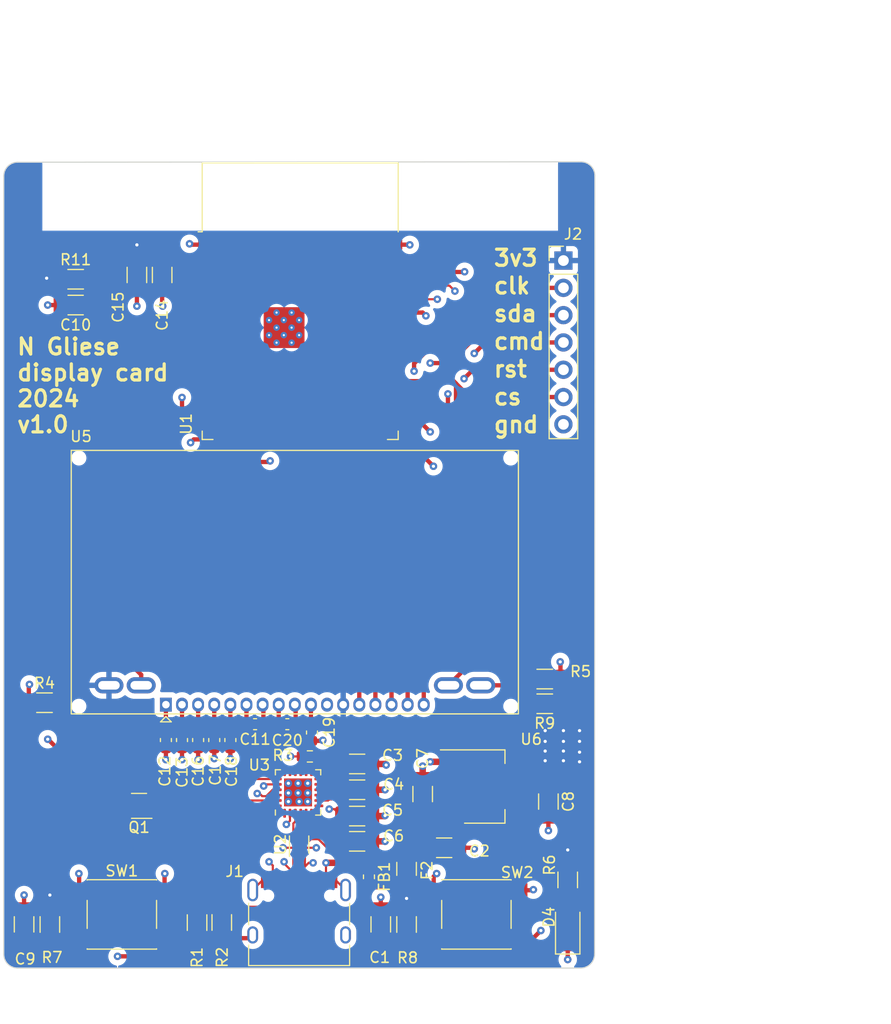
<source format=kicad_pcb>
(kicad_pcb (version 20221018) (generator pcbnew)
  (layers (0 "F.Cu" signal) (1 "In1.Cu" signal) (2 "In2.Cu" signal) (31 "B.Cu" signal) (34 "B.Paste" user) (35 "F.Paste" user) (36 "B.SilkS" user "B.Silkscreen") (37 "F.SilkS" user "F.Silkscreen") (38 "B.Mask" user) (39 "F.Mask" user) (44 "Edge.Cuts" user))
  (net 0 "")
  (net 1 "/SW2")
  (net 2 "GND")
  (net 3 "+5V")
  (net 4 "+3.3VA")
  (net 5 "+3V3")
  (net 6 "/SW1")
  (net 7 "/EN")
  (net 8 "Net-(D4-A)")
  (net 9 "Net-(F2-Pad1)")
  (net 10 "+5VP")
  (net 11 "Net-(J1-CC1)")
  (net 12 "Net-(J1-D+-PadA6)")
  (net 13 "Net-(J1-D--PadA7)")
  (net 15 "Net-(J1-CC2)")
  (net 17 "/DTR")
  (net 18 "/RTS")
  (net 19 "/IO0")
  (net 20 "Net-(U3-~{RST})")
  (net 21 "/RX")
  (net 22 "/TX")
  (net 32 "Net-(U5-V0)")
  (net 34 "Net-(U5-V1)")
  (net 41 "Net-(U5-V2)")
  (net 44 "Net-(U5-V3)")
  (net 45 "Net-(U5-V4)")
  (net 51 "Net-(U3-D-)")
  (net 52 "Net-(U3-D+)")
  (net 65 "Net-(U5-V_{out})")
  (net 66 "Net-(U5-C2+)")
  (net 67 "Net-(U5-C2-)")
  (net 68 "Net-(U5-C1-)")
  (net 69 "Net-(U5-C1+)")
  (net 70 "Net-(U5-(R)LED-)")
  (net 71 "Net-(U5-(G)LED-)")
  (net 72 "Net-(U5-(B)LED-)")
  (net 73 "/clk")
  (net 74 "/sda")
  (net 75 "/rst")
  (net 76 "/cmd")
  (net 77 "/cs")
  (footprint "Capacitor_SMD:C_1206_3216Metric" (layer "F.Cu") (at 114.75 45.5 -90)
    (fp_text reference "C14")
    (fp_text value "100nf")
  )
  (footprint "Resistor_SMD:R_1206_3216Metric" (layer "F.Cu") (at 137.5 105.9375 -90)
    (fp_text reference "R8")
    (fp_text value "10k" hide)
  )
  (footprint "Resistor_SMD:R_1206_3216Metric" (layer "F.Cu") (at 152.5 101.7875 -90)
    (fp_text reference "R6")
    (fp_text value "1k")
  )
  (footprint "Display:NHD-C12832A1Z-FSRGB" (layer "F.Cu") (at 115.1 85.4825)
    (fp_text reference "U5")
    (fp_text value "NHD-C12832A1Z-FSRGB")
  )
  (footprint "Capacitor_SMD:C_1206_3216Metric" (layer "F.Cu") (at 132.9 98.2)
    (fp_text reference "C6")
    (fp_text value "100nf")
  )
  (footprint "Resistor_SMD:R_1206_3216Metric" (layer "F.Cu") (at 150.3625 83.1 180)
    (fp_text reference "R5")
    (fp_text value "1k")
  )
  (footprint "RF_Module:ESP32-WROOM-32D" (layer "F.Cu") (at 127.6 50.93)
    (fp_text reference "U1")
    (fp_text value "ESP32-WROOM-32D")
  )
  (footprint "Resistor_SMD:R_1206_3216Metric" (layer "F.Cu") (at 118 105.7625 -90)
    (fp_text reference "R1")
    (fp_text value "5k1")
  )
  (footprint "Capacitor_SMD:C_0603_1608Metric" (layer "F.Cu") (at 118.1 88.775 -90)
    (fp_text reference "C16")
    (fp_text value "1u")
  )
  (footprint "Capacitor_SMD:C_1206_3216Metric" (layer "F.Cu") (at 139 93.8 90)
    (fp_text reference "C7")
    (fp_text value "22u")
  )
  (footprint "Capacitor_SMD:C_1206_3216Metric" (layer "F.Cu") (at 101.9 105.925 90)
    (fp_text reference "C9")
    (fp_text value "100nf")
  )
  (footprint "Resistor_SMD:R_1206_3216Metric" (layer "F.Cu") (at 120.3 105.75 -90)
    (fp_text reference "R2")
    (fp_text value "5k1")
  )
  (footprint "Capacitor_SMD:C_1206_3216Metric" (layer "F.Cu") (at 132.9 93.4)
    (fp_text reference "C4")
    (fp_text value "22u")
  )
  (footprint "Capacitor_SMD:C_0603_1608Metric" (layer "F.Cu") (at 121.1 88.775 -90)
    (fp_text reference "C18")
    (fp_text value "1u")
  )
  (footprint "Capacitor_SMD:C_0603_1608Metric" (layer "F.Cu") (at 116.6 88.775 -90)
    (fp_text reference "C13")
    (fp_text value "1u")
  )
  (footprint "Button_Switch_SMD:SW_Push_1P1T_NO_6x6mm_H9.5mm" (layer "F.Cu") (at 144 105)
    (fp_text reference "SW2")
    (fp_text value "SW_SPST")
  )
  (footprint "Resistor_SMD:R_1206_3216Metric" (layer "F.Cu") (at 150.3625 85.4 180)
    (fp_text reference "R9")
    (fp_text value "1k")
  )
  (footprint "Capacitor_SMD:C_0603_1608Metric" (layer "F.Cu") (at 128.7 88.075 -90)
    (fp_text reference "C19")
    (fp_text value "1u")
  )
  (footprint "Capacitor_SMD:C_1206_3216Metric" (layer "F.Cu") (at 150.7 94.5 -90)
    (fp_text reference "C8")
    (fp_text value "22u")
  )
  (footprint "Capacitor_SMD:C_1206_3216Metric" (layer "F.Cu") (at 112.4 45.5 -90)
    (fp_text reference "C15")
    (fp_text value "22uf")
  )
  (footprint "Connector_USB:USB_C_Receptacle_HRO_TYPE-C-31-M-12" (layer "F.Cu") (at 127.5 105.86)
    (fp_text reference "J1")
    (fp_text value "USB_C_Receptacle_USB2.0" hide)
  )
  (footprint "LED_SMD:LED_1206_3216Metric" (layer "F.Cu") (at 152.5 106.4 90)
    (fp_text reference "D4")
    (fp_text value "LED")
  )
  (footprint "Resistor_SMD:R_0603_1608Metric" (layer "F.Cu") (at 128.5 90.3)
    (fp_text reference "R3")
    (fp_text value "10k" hide)
  )
  (footprint "Capacitor_SMD:C_1206_3216Metric" (layer "F.Cu") (at 132.9 91)
    (fp_text reference "C3")
    (fp_text value "4u7")
  )
  (footprint "Capacitor_SMD:C_1206_3216Metric" (layer "F.Cu") (at 106.7 48.3 180)
    (fp_text reference "C10")
    (fp_text value "100nf")
  )
  (footprint "Capacitor_SMD:C_0603_1608Metric" (layer "F.Cu") (at 119.6 88.775 -90)
    (fp_text reference "C17")
    (fp_text value "1u")
  )
  (footprint "Package_TO_SOT_SMD:SOT-223-3_TabPin2" (layer "F.Cu") (at 144.75 93.1)
    (fp_text reference "U6")
    (fp_text value "TLV1117LV-3.3")
  )
  (footprint "Resistor_SMD:R_1206_3216Metric" (layer "F.Cu") (at 104.3 105.9375 -90)
    (fp_text reference "R7")
    (fp_text value "10k")
  )
  (footprint "Capacitor_SMD:C_1206_3216Metric" (layer "F.Cu") (at 141 98.8)
    (fp_text reference "C2")
    (fp_text value "100nf")
  )
  (footprint "Capacitor_SMD:C_0603_1608Metric" (layer "F.Cu") (at 123.4 87.3)
    (fp_text reference "C11")
    (fp_text value "1u")
  )
  (footprint "Package_TO_SOT_SMD:SOT-666" (layer "F.Cu") (at 127.5 98.5 90)
    (fp_text reference "U2")
    (fp_text value "USBLC6-2P6" hide)
  )
  (footprint "Capacitor_SMD:C_1206_3216Metric" (layer "F.Cu") (at 132.9 95.85)
    (fp_text reference "C5")
    (fp_text value "22u")
  )
  (footprint "Package_DFN_QFN:QFN-24-1EP_4x4mm_P0.5mm_EP2.6x2.6mm" (layer "F.Cu") (at 127.4 93.65 90)
    (fp_text reference "U3")
    (fp_text value "CP2104")
  )
  (footprint "Capacitor_SMD:C_0603_1608Metric" (layer "F.Cu") (at 115.1 88.775 -90)
    (fp_text reference "C12")
    (fp_text value "1u")
  )
  (footprint "Resistor_SMD:R_1206_3216Metric" (layer "F.Cu") (at 106.7 45.9)
    (fp_text reference "R11")
    (fp_text value "10k")
  )
  (footprint "Button_Switch_SMD:SW_Push_1P1T_NO_6x6mm_H9.5mm" (layer "F.Cu") (at 111 105)
    (fp_text reference "SW1")
    (fp_text value "SW_SPST")
  )
  (footprint "Resistor_SMD:R_1206_3216Metric" (layer "F.Cu") (at 103.8 85.3)
    (fp_text reference "R4")
    (fp_text value "1k")
  )
  (footprint "Fuse:Fuse_1206_3216Metric_Pad1.42x1.75mm_HandSolder" (layer "F.Cu") (at 137.5 100.7625 90)
    (fp_text reference "F2")
    (fp_text value "Polyfuse 1A" hide)
  )
  (footprint "Capacitor_SMD:C_0603_1608Metric" (layer "F.Cu") (at 126.4 87.3 180)
    (fp_text reference "C20")
    (fp_text value "1u")
  )
  (footprint "Package_TO_SOT_SMD:SOT-363_SC-70-6" (layer "F.Cu") (at 112.6 94.9 180)
    (fp_text reference "Q1")
    (fp_text value "UMH3N")
  )
  (footprint "Connector_PinHeader_2.54mm:PinHeader_1x07_P2.54mm_Vertical" (layer "F.Cu") (at 152.1 44.16)
    (fp_text reference "J2")
    (fp_text value "Conn_01x07" hide)
  )
  (footprint "Capacitor_SMD:C_1206_3216Metric" (layer "F.Cu") (at 135.1 105.925 90)
    (fp_text reference "C1")
    (fp_text value "100nf" hide)
  )
  (footprint "Inductor_SMD:L_0603_1608Metric_Pad1.05x0.95mm_HandSolder" (layer "F.Cu") (at 134 101.5 -90)
    (fp_text reference "FB1")
    (fp_text value "BLM21PG221" hide)
  )
  (gr_arc (start 155 108.7) (mid 154.621357 109.614124) (end 153.707233 109.992767) (stroke (width 0.1)) (layer "Edge.Cuts"))
  (gr_line (start 101.299999 109.992768) (end 153.707233 109.992767) (stroke (width 0.1)) (layer "Edge.Cuts"))
  (gr_arc (start 100.007233 36.3) (mid 100.385876 35.385876) (end 101.3 35.007233) (stroke (width 0.1)) (layer "Edge.Cuts"))
  (gr_line (start 100.007233 36.3) (end 100.007232 108.700001) (stroke (width 0.1)) (layer "Edge.Cuts"))
  (gr_line (start 155 108.7) (end 155.028643 36.264124) (stroke (width 0.1)) (layer "Edge.Cuts"))
  (gr_line (start 153.735876 34.971357) (end 101.3 35.007233) (stroke (width 0.1)) (layer "Edge.Cuts"))
  (gr_arc (start 101.299999 109.992768) (mid 100.385875 109.614125) (end 100.007232 108.700001) (stroke (width 0.1)) (layer "Edge.Cuts"))
  (gr_arc (start 153.735876 34.971357) (mid 154.65 35.35) (end 155.028643 36.264124) (stroke (width 0.1)) (layer "Edge.Cuts"))
  (gr_text "3v3" (at 145.464285 44.8) (layer "F.SilkS") (effects (font (size 1.5 1.5) (thickness 0.3) bold) (justify left bottom)))
  (gr_text "N Gliese\ndisplay card\n2024\nv1.0" (at 101.1 60.3) (layer "F.SilkS") (effects (font (size 1.5 1.5) (thickness 0.3) bold) (justify left bottom)))
  (gr_text "cmd" (at 145.464285 52.549999) (layer "F.SilkS") (effects (font (size 1.5 1.5) (thickness 0.3) bold) (justify left bottom)))
  (gr_text "cs" (at 145.464285 57.716665) (layer "F.SilkS") (effects (font (size 1.5 1.5) (thickness 0.3) bold) (justify left bottom)))
  (gr_text "rst" (at 145.464285 55.133332) (layer "F.SilkS") (effects (font (size 1.5 1.5) (thickness 0.3) bold) (justify left bottom)))
  (gr_text "sda" (at 145.464285 49.966666) (layer "F.SilkS") (effects (font (size 1.5 1.5) (thickness 0.3) bold) (justify left bottom)))
  (gr_text "gnd" (at 145.464285 60.299998) (layer "F.SilkS") (effects (font (size 1.5 1.5) (thickness 0.3) bold) (justify left bottom)))
  (gr_text "clk" (at 145.464285 47.383333) (layer "F.SilkS") (effects (font (size 1.5 1.5) (thickness 0.3) bold) (justify left bottom)))
  (segment (start 142.88 45.22) (end 142.9 45.2) (width 0.4) (layer "F.Cu") (net 1))
  (segment (start 136.35 45.22) (end 142.88 45.22) (width 0.4) (layer "F.Cu") (net 1))
  (segment (start 135.1 107.4) (end 137.5 107.4) (width 0.4) (layer "F.Cu") (net 1))
  (segment (start 137.5 107.4) (end 139.875 107.4) (width 0.4) (layer "F.Cu") (net 1))
  (segment (start 140.025 107.25) (end 147.975 107.25) (width 0.4) (layer "F.Cu") (net 1))
  (segment (start 139.875 107.4) (end 140.025 107.25) (width 0.4) (layer "F.Cu") (net 1))
  (segment (start 149.25 107.25) (end 147.975 107.25) (width 0.4) (layer "F.Cu") (net 1))
  (segment (start 150 106.5) (end 149.25 107.25) (width 0.4) (layer "F.Cu") (net 1))
  (via (at 142.9 45.2) (size 0.7) (drill 0.3) (layers "F.Cu" "B.Cu") (net 1))
  (via (at 150 106.5) (size 0.7) (drill 0.3) (layers "F.Cu" "B.Cu") (net 1))
  (segment (start 127.5 99.425) (end 127.5 98.85) (width 0.2) (layer "F.Cu") (net 2))
  (segment (start 147.975 102.75) (end 149.25 102.75) (width 0.4) (layer "F.Cu") (net 2))
  (segment (start 124.25 101.815) (end 124.095 101.815) (width 0.2) (layer "F.Cu") (net 2))
  (segment (start 128.7 88.85) (end 129.65 88.85) (width 0.4) (layer "F.Cu") (net 2))
  (segment (start 114.75 48.35) (end 114.8 48.4) (width 0.4) (layer "F.Cu") (net 2))
  (segment (start 126.65 95.5875) (end 126.65 96.287047) (width 0.2) (layer "F.Cu") (net 2))
  (segment (start 127.5 98.85) (end 127.55 98.8) (width 0.2) (layer "F.Cu") (net 2))
  (segment (start 105.225 48.3) (end 104.1 48.3) (width 0.4) (layer "F.Cu") (net 2))
  (segment (start 102.3375 85.3) (end 102.3375 83.6625) (width 0.4) (layer "F.Cu") (net 2))
  (segment (start 121.89 60.44) (end 121.53 60.8) (width 0.4) (layer "F.Cu") (net 2))
  (segment (start 140.025 102.75) (end 140.025 101.475) (width 0.4) (layer "F.Cu") (net 2))
  (segment (start 118.1 89.55) (end 118.1 90.6) (width 0.4) (layer "F.Cu") (net 2))
  (segment (start 127.55 98.8) (end 129.1 98.8) (width 0.2) (layer "F.Cu") (net 2))
  (segment (start 124.095 101.815) (end 123.18 102.73) (width 0.2) (layer "F.Cu") (net 2))
  (segment (start 134.375 95.85) (end 135.45 95.85) (width 0.6) (layer "F.Cu") (net 2))
  (segment (start 101.9 104.45) (end 101.9 103.2) (width 0.4) (layer "F.Cu") (net 2))
  (segment (start 134.375 98.2) (end 135.5 98.2) (width 0.6) (layer "F.Cu") (net 2))
  (segment (start 151.825 81.525) (end 151.8 81.5) (width 0.4) (layer "F.Cu") (net 2))
  (segment (start 121.1 89.55) (end 121.1 90.5) (width 0.4) (layer "F.Cu") (net 2))
  (segment (start 114.975 101.225) (end 115 101.2) (width 0.4) (layer "F.Cu") (net 2))
  (segment (start 114.975 102.75) (end 114.975 101.225) (width 0.4) (layer "F.Cu") (net 2))
  (segment (start 126.65 96.287047) (end 126.3125 96.624547) (width 0.2) (layer "F.Cu") (net 2))
  (segment (start 107.025 101.225) (end 107 101.2) (width 0.4) (layer "F.Cu") (net 2))
  (segment (start 139 92.325) (end 139 91.2) (width 0.6) (layer "F.Cu") (net 2))
  (segment (start 149.25 102.75) (end 149.3 102.7) (width 0.4) (layer "F.Cu") (net 2))
  (segment (start 135.45 95.85) (end 135.5 95.8) (width 0.6) (layer "F.Cu") (net 2))
  (segment (start 151.825 83.1) (end 151.825 81.525) (width 0.4) (layer "F.Cu") (net 2))
  (segment (start 129.65 88.85) (end 129.7 88.8) (width 0.4) (layer "F.Cu") (net 2))
  (segment (start 120.3 107.2125) (end 122.8775 107.2125) (width 0.4) (layer "F.Cu") (net 2))
  (segment (start 115.1 89.55) (end 115.1 90.6) (width 0.4) (layer "F.Cu") (net 2))
  (segment (start 102.3375 83.6625) (end 102.4 83.6) (width 0.4) (layer "F.Cu") (net 2))
  (segment (start 120.2875 107.225) (end 120.3 107.2125) (width 0.4) (layer "F.Cu") (net 2))
  (segment (start 118.85 42.68) (end 117.38 42.68) (width 0.4) (layer "F.Cu") (net 2))
  (segment (start 134.375 91) (end 135.5 91) (width 0.6) (layer "F.Cu") (net 2))
  (segment (start 118 107.225) (end 120.2875 107.225) (width 0.4) (layer "F.Cu") (net 2))
  (segment (start 107.025 102.75) (end 107.025 101.225) (width 0.4) (layer "F.Cu") (net 2))
  (segment (start 112.4 46.975) (end 112.4 48.4) (width 0.4) (layer "F.Cu") (net 2))
  (segment (start 140.025 101.475) (end 140.3 101.2) (width 0.4) (layer "F.Cu") (net 2))
  (segment (start 134.375 93.4) (end 135.5 93.4) (width 0.6) (layer "F.Cu") (net 2))
  (segment (start 135.1 104.45) (end 135.1 103.4) (width 0.4) (layer "F.Cu") (net 2))
  (segment (start 122.8775 107.2125) (end 123.18 106.91) (width 0.4) (layer "F.Cu") (net 2))
  (segment (start 137.78 42.68) (end 137.8 42.7) (width 0.4) (layer "F.Cu") (net 2))
  (segment (start 117.7 60.8) (end 117.4 61.1) (width 0.4) (layer "F.Cu") (net 2))
  (segment (start 136.35 42.68) (end 137.78 42.68) (width 0.4) (layer "F.Cu") (net 2))
  (segment (start 130.905 101.815) (end 131.82 102.73) (width 0.2) (layer "F.Cu") (net 2))
  (segment (start 121.53 60.8) (end 117.7 60.8) (width 0.4) (layer "F.Cu") (net 2))
  (segment (start 117.38 42.68) (end 117.3 42.6) (width 0.4) (layer "F.Cu") (net 2))
  (segment (start 130.75 101.815) (end 130.905 101.815) (width 0.2) (layer "F.Cu") (net 2))
  (segment (start 143.7 98.8) (end 143.8 98.9) (width 0.4) (layer "F.Cu") (net 2))
  (segment (start 152.5 107.8) (end 152.5 109.2) (width 0.4) (layer "F.Cu") (net 2))
  (segment (start 141.6 90.8) (end 139.7 90.8) (width 0.6) (layer "F.Cu") (net 2))
  (segment (start 150.7 95.975) (end 150.7 97.2) (width 0.4) (layer "F.Cu") (net 2))
  (segment (start 142.475 98.8) (end 143.7 98.8) (width 0.4) (layer "F.Cu") (net 2))
  (segment (start 151.825 83.1) (end 151.825 85.4) (width 0.4) (layer "F.Cu") (net 2))
  (segment (start 119.6 89.55) (end 119.6 90.5) (width 0.4) (layer "F.Cu") (net 2))
  (segment (start 127.55 98.8) (end 126 98.8) (width 0.2) (layer "F.Cu") (net 2))
  (segment (start 116.6 89.55) (end 116.6 90.6) (width 0.4) (layer "F.Cu") (net 2))
  (segment (start 135.5 91) (end 135.6 91.1) (width 0.6) (layer "F.Cu") (net 2))
  (segment (start 114.75 46.975) (end 114.75 48.35) (width 0.4) (layer "F.Cu") (net 2))
  (via (at 102.4 83.6) (size 0.7) (drill 0.3) (layers "F.Cu" "B.Cu") (net 2))
  (via (at 135.5 95.8) (size 0.7) (drill 0.3) (layers "F.Cu" "B.Cu") (net 2))
  (via (at 127.4 92.8) (size 0.7) (drill 0.3) (layers "F.Cu" "B.Cu") (net 2))
  (via (at 139.7 90.8) (size 0.7) (drill 0.3) (layers "F.Cu" "B.Cu") (net 2))
  (via (at 119.6 90.5) (size 0.7) (drill 0.3) (layers "F.Cu" "B.Cu") (net 2))
  (via (at 126.3125 96.624547) (size 0.7) (drill 0.3) (layers "F.Cu" "B.Cu") (net 2))
  (via (at 151.8 81.5) (size 0.7) (drill 0.3) (layers "F.Cu" "B.Cu") (net 2))
  (via (at 118.1 90.6) (size 0.7) (drill 0.3) (layers "F.Cu" "B.Cu") (net 2))
  (via (at 126.5 94.5) (size 0.7) (drill 0.3) (layers "F.Cu" "B.Cu") (net 2))
  (via (at 115 101.2) (size 0.7) (drill 0.3) (layers "F.Cu" "B.Cu") (net 2))
  (via (at 129.7 88.8) (size 0.7) (drill 0.3) (layers "F.Cu" "B.Cu") (net 2))
  (via (at 135.5 98.2) (size 0.7) (drill 0.3) (layers "F.Cu" "B.Cu") (net 2))
  (via (at 126.5 93.7) (size 0.7) (drill 0.3) (layers "F.Cu" "B.Cu") (net 2))
  (via (at 126.5 92.8) (size 0.7) (drill 0.3) (layers "F.Cu" "B.Cu") (net 2))
  (via (at 107 101.2) (size 0.7) (drill 0.3) (layers "F.Cu" "B.Cu") (net 2))
  (via (at 128.3 94.5) (size 0.7) (drill 0.3) (layers "F.Cu" "B.Cu") (net 2))
  (via (at 137.8 42.7) (size 0.7) (drill 0.3) (layers "F.Cu" "B.Cu") (net 2))
  (via (at 114.8 48.4) (size 0.7) (drill 0.3) (layers "F.Cu" "B.Cu") (net 2))
  (via (at 112.4 48.4) (size 0.7) (drill 0.3) (layers "F.Cu" "B.Cu") (net 2))
  (via (at 104.1 48.3) (size 0.7) (drill 0.3) (layers "F.Cu" "B.Cu") (net 2))
  (via (at 135.1 103.4) (size 0.7) (drill 0.3) (layers "F.Cu" "B.Cu") (net 2))
  (via (at 129.1 98.8) (size 0.7) (drill 0.3) (layers "F.Cu" "B.Cu") (net 2))
  (via (at 139 91.2) (size 0.7) (drill 0.3) (layers "F.Cu" "B.Cu") (net 2))
  (via (at 126 98.8) (size 0.7) (drill 0.3) (layers "F.Cu" "B.Cu") (net 2))
  (via (at 117.4 61.1) (size 0.7) (drill 0.3) (layers "F.Cu" "B.Cu") (net 2))
  (via (at 128.3 92.8) (size 0.7) (drill 0.3) (layers "F.Cu" "B.Cu") (net 2))
  (via (at 127.5 94.5) (size 0.7) (drill 0.3) (layers "F.Cu" "B.Cu") (net 2))
  (via (at 117.3 42.6) (size 0.7) (drill 0.3) (layers "F.Cu" "B.Cu") (net 2))
  (via (at 115.1 90.6) (size 0.7) (drill 0.3) (layers "F.Cu" "B.Cu") (net 2))
  (via (at 150.7 97.2) (size 0.7) (drill 0.3) (layers "F.Cu" "B.Cu") (net 2))
  (via (at 140.3 101.2) (size 0.7) (drill 0.3) (layers "F.Cu" "B.Cu") (net 2))
  (via (at 127.4 93.7) (size 0.7) (drill 0.3) (layers "F.Cu" "B.Cu") (net 2))
  (via (at 128.3 93.7) (size 0.7) (drill 0.3) (layers "F.Cu" "B.Cu") (net 2))
  (via (at 121.1 90.5) (size 0.7) (drill 0.3) (layers "F.Cu" "B.Cu") (net 2))
  (via (at 135.5 93.4) (size 0.7) (drill 0.3) (layers "F.Cu" "B.Cu") (net 2))
  (via (at 152.5 109.2) (size 0.7) (drill 0.3) (layers "F.Cu" "B.Cu") (net 2))
  (via (at 135.6 91.1) (size 0.7) (drill 0.3) (layers "F.Cu" "B.Cu") (net 2))
  (via (at 116.6 90.6) (size 0.7) (drill 0.3) (layers "F.Cu" "B.Cu") (net 2))
  (via (at 143.8 98.9) (size 0.7) (drill 0.3) (layers "F.Cu" "B.Cu") (net 2))
  (via (at 101.9 103.2) (size 0.7) (drill 0.3) (layers "F.Cu" "B.Cu") (net 2))
  (via (at 149.3 102.7) (size 0.7) (drill 0.3) (layers "F.Cu" "B.Cu") (net 2))
  (segment (start 137.975 98.8) (end 139.525 98.8) (width 0.6) (layer "F.Cu") (net 3))
  (segment (start 131.425 89.575) (end 131.425 91) (width 0.6) (layer "F.Cu") (net 3))
  (segment (start 130.2 94.4) (end 130.3 94.3) (width 0.2) (layer "F.Cu") (net 3))
  (segment (start 139.525 96.625) (end 139.525 98.8) (width 0.6) (layer "F.Cu") (net 3))
  (segment (start 131.6 89.4) (end 131.425 89.575) (width 0.6) (layer "F.Cu") (net 3))
  (segment (start 128.6 98) (end 129.3 98) (width 0.2) (layer "F.Cu") (net 3))
  (segment (start 139 95.275) (end 137.1 93.375) (width 0.6) (layer "F.Cu") (net 3))
  (segment (start 137.5 99.275) (end 137.975 98.8) (width 0.6) (layer "F.Cu") (net 3))
  (segment (start 127.5 98.15) (end 127.55 98.2) (width 0.2) (layer "F.Cu") (net 3))
  (segment (start 135.9 89.4) (end 131.6 89.4) (width 0.6) (layer "F.Cu") (net 3))
  (segment (start 129.3 98) (end 130.7 99.4) (width 0.2) (layer "F.Cu") (net 3))
  (segment (start 129.3375 94.4) (end 130.2 94.4) (width 0.2) (layer "F.Cu") (net 3))
  (segment (start 129.3375 94.9) (end 129.3375 94.4) (width 0.2) (layer "F.Cu") (net 3))
  (segment (start 131.425 91) (end 131.425 93.4) (width 0.6) (layer "F.Cu") (net 3))
  (segment (start 137.1 90.6) (end 135.9 89.4) (width 0.6) (layer "F.Cu") (net 3))
  (segment (start 130.3 94.3) (end 130.525 94.3) (width 0.2) (layer "F.Cu") (net 3))
  (segment (start 139 95.275) (end 139 96.1) (width 0.6) (layer "F.Cu") (net 3))
  (segment (start 127.5 97.575) (end 127.5 98.15) (width 0.2) (layer "F.Cu") (net 3))
  (segment (start 139 96.1) (end 139.525 96.625) (width 0.6) (layer "F.Cu") (net 3))
  (segment (start 130.7 99.4) (end 137.375 99.4) (width 0.2) (layer "F.Cu") (net 3))
  (segment (start 141.475 95.275) (end 141.6 95.4) (width 0.6) (layer "F.Cu") (net 3))
  (segment (start 137.1 93.375) (end 137.1 90.6) (width 0.6) (layer "F.Cu") (net 3))
  (segment (start 137.375 99.4) (end 137.5 99.275) (width 0.2) (layer "F.Cu") (net 3))
  (segment (start 130.525 94.3) (end 131.425 93.4) (width 0.2) (layer "F.Cu") (net 3))
  (segment (start 128.4 98.2) (end 128.6 98) (width 0.2) (layer "F.Cu") (net 3))
  (segment (start 127.55 98.2) (end 128.4 98.2) (width 0.2) (layer "F.Cu") (net 3))
  (segment (start 139 95.275) (end 141.475 95.275) (width 0.6) (layer "F.Cu") (net 3))
  (segment (start 131.425 98.2) (end 131.1 98.2) (width 0.2) (layer "F.Cu") (net 4))
  (segment (start 127.675 90.3) (end 126.7 90.3) (width 0.2) (layer "F.Cu") (net 4))
  (segment (start 131.425 95.85) (end 130.85 96.425) (width 0.2) (layer "F.Cu") (net 4))
  (segment (start 130.85 96.425) (end 129.4875 96.425) (width 0.2) (layer "F.Cu") (net 4))
  (segment (start 131.425 95.85) (end 131.425 98.2) (width 0.2) (layer "F.Cu") (net 4))
  (segment (start 130.3 95.2) (end 130.775 95.2) (width 0.2) (layer "F.Cu") (net 4))
  (segment (start 130.775 95.2) (end 131.425 95.85) (width 0.2) (layer "F.Cu") (net 4))
  (segment (start 128.765686 96.8) (end 128.15 96.184314) (width 0.2) (layer "F.Cu") (net 4))
  (segment (start 128.15 96.184314) (end 128.15 95.5875) (width 0.2) (layer "F.Cu") (net 4))
  (segment (start 131.1 98.2) (end 129.7 96.8) (width 0.2) (layer "F.Cu") (net 4))
  (segment (start 129.7 96.8) (end 128.765686 96.8) (width 0.2) (layer "F.Cu") (net 4))
  (segment (start 129.4875 96.425) (end 128.65 95.5875) (width 0.2) (layer "F.Cu") (net 4))
  (via (at 126.7 90.3) (size 0.7) (drill 0.3) (layers "F.Cu" "B.Cu") (net 4))
  (via (at 130.3 95.2) (size 0.7) (drill 0.3) (layers "F.Cu" "B.Cu") (net 4))
  (segment (start 137.5 104.475) (end 137.5 103.512499) (width 0.4) (layer "F.Cu") (net 5))
  (segment (start 104.1 45.9) (end 104 45.8) (width 0.4) (layer "F.Cu") (net 5))
  (segment (start 152.5 100.325) (end 152.5 99) (width 0.4) (layer "F.Cu") (net 5))
  (segment (start 118.775 44.025) (end 118.85 43.95) (width 0.4) (layer "F.Cu") (net 5))
  (segment (start 141.6 93.1) (end 147.9 93.1) (width 1) (layer "F.Cu") (net 5))
  (segment (start 112.4 44.025) (end 112.4 42.7) (width 0.4) (layer "F.Cu") (net 5))
  (segment (start 114.75 44.025) (end 118.775 44.025) (width 0.4) (layer "F.Cu") (net 5))
  (segment (start 104.3 104.475) (end 104.3 103.2) (width 0.4) (layer "F.Cu") (net 5))
  (segment (start 147.975 93.025) (end 147.9 93.1) (width 1) (layer "F.Cu") (net 5))
  (segment (start 150.7 93.025) (end 147.975 93.025) (width 1) (layer "F.Cu") (net 5))
  (segment (start 112.4 44.025) (end 114.75 44.025) (width 0.4) (layer "F.Cu") (net 5))
  (segment (start 105.2375 45.9) (end 104.1 45.9) (width 0.4) (layer "F.Cu") (net 5))
  (via (at 112.4 42.7) (size 0.7) (drill 0.3) (layers "F.Cu" "B.Cu") (net 5))
  (via (at 150.4 90.7) (size 0.7) (drill 0.3) (layers "F.Cu" "B.Cu") (net 5))
  (via (at 150.4 87.9) (size 0.7) (drill 0.3) (layers "F.Cu" "B.Cu") (net 5))
  (via (at 152.1 89.8) (size 0.7) (drill 0.3) (layers "F.Cu" "B.Cu") (net 5))
  (via (at 152.5 99) (size 0.7) (drill 0.3) (layers "F.Cu" "B.Cu") (net 5))
  (via (at 152.1 88.9) (size 0.7) (drill 0.3) (layers "F.Cu" "B.Cu") (net 5))
  (via (at 104.3 103.2) (size 0.7) (drill 0.3) (layers "F.Cu" "B.Cu") (net 5))
  (via (at 153.6 88.9) (size 0.7) (drill 0.3) (layers "F.Cu" "B.Cu") (net 5))
  (via (at 104 45.8) (size 0.7) (drill 0.3) (layers "F.Cu" "B.Cu") (net 5))
  (via (at 153.6 87.9) (size 0.7) (drill 0.3) (layers "F.Cu" "B.Cu") (net 5))
  (via (at 150.4 88.9) (size 0.7) (drill 0.3) (layers "F.Cu" "B.Cu") (net 5))
  (via (at 153.6 89.9) (size 0.7) (drill 0.3) (layers "F.Cu" "B.Cu") (net 5))
  (via (at 152.1 90.7) (size 0.7) (drill 0.3) (layers "F.Cu" "B.Cu") (net 5))
  (via (at 137.5 103.512499) (size 0.7) (drill 0.3) (layers "F.Cu" "B.Cu") (net 5))
  (via (at 152.1 87.9) (size 0.7) (drill 0.3) (layers "F.Cu" "B.Cu") (net 5))
  (via (at 153.6 90.8) (size 0.7) (drill 0.3) (layers "F.Cu" "B.Cu") (net 5))
  (via (at 150.4 89.8) (size 0.7) (drill 0.3) (layers "F.Cu" "B.Cu") (net 5))
  (segment (start 101.9 107.4) (end 104.3 107.4) (width 0.4) (layer "F.Cu") (net 6))
  (segment (start 139 49) (end 136.38 49) (width 0.4) (layer "F.Cu") (net 6))
  (segment (start 110.6 108.9) (end 113.325 108.9) (width 0.4) (layer "F.Cu") (net 6))
  (segment (start 139.3 49.3) (end 139 49) (width 0.4) (layer "F.Cu") (net 6))
  (segment (start 107.025 107.25) (end 114.975 107.25) (width 0.4) (layer "F.Cu") (net 6))
  (segment (start 104.3 107.4) (end 106.875 107.4) (width 0.4) (layer "F.Cu") (net 6))
  (segment (start 106.875 107.4) (end 107.025 107.25) (width 0.4) (layer "F.Cu") (net 6))
  (segment (start 113.325 108.9) (end 114.975 107.25) (width 0.4) (layer "F.Cu") (net 6))
  (segment (start 136.38 49) (end 136.35 49.03) (width 0.4) (layer "F.Cu") (net 6))
  (via (at 110.6 108.9) (size 0.7) (drill 0.3) (layers "F.Cu" "B.Cu") (net 6))
  (via (at 139.3 49.3) (size 0.7) (drill 0.3) (layers "F.Cu" "B.Cu") (net 6))
  (segment (start 108.175 48.3) (end 108.175 45.9125) (width 0.4) (layer "F.Cu") (net 7))
  (segment (start 108.1625 45.9) (end 108.8425 45.22) (width 0.4) (layer "F.Cu") (net 7))
  (segment (start 108.175 54.225) (end 108.175 48.3) (width 0.4) (layer "F.Cu") (net 7))
  (segment (start 108.8425 45.22) (end 118.85 45.22) (width 0.4) (layer "F.Cu") (net 7))
  (segment (start 104.2 86.8) (end 104.2 58.2) (width 0.4) (layer "F.Cu") (net 7))
  (segment (start 108.175 45.9125) (end 108.1625 45.9) (width 0.4) (layer "F.Cu") (net 7))
  (segment (start 111.65 94.25) (end 104.2 86.8) (width 0.4) (layer "F.Cu") (net 7))
  (segment (start 104.2 58.2) (end 108.175 54.225) (width 0.4) (layer "F.Cu") (net 7))
  (segment (start 152.5 103.25) (end 152.5 105) (width 0.4) (layer "F.Cu") (net 8))
  (segment (start 134 102.375) (end 137.375 102.375) (width 0.6) (layer "F.Cu") (net 9))
  (segment (start 137.375 102.375) (end 137.5 102.25) (width 0.6) (layer "F.Cu") (net 9))
  (segment (start 125.05 101.815) (end 125.05 100.45) (width 0.2) (layer "F.Cu") (net 10))
  (segment (start 134 100.625) (end 133.575 100.2) (width 0.6) (layer "F.Cu") (net 10))
  (segment (start 130 101.765) (end 129.95 101.815) (width 0.2) (layer "F.Cu") (net 10))
  (segment (start 130 100.2) (end 130 101.765) (width 0.2) (layer "F.Cu") (net 10))
  (segment (start 133.575 100.2) (end 130 100.2) (width 0.6) (layer "F.Cu") (net 10))
  (segment (start 125.05 100.45) (end 124.7 100.1) (width 0.2) (layer "F.Cu") (net 10))
  (via (at 124.7 100.1) (size 0.7) (drill 0.3) (layers "F.Cu" "B.Cu") (net 10))
  (via (at 130 100.2) (size 0.7) (drill 0.3) (layers "F.Cu" "B.Cu") (net 10))
  (segment (start 124.64 104.4) (end 123.7 104.4) (width 0.2) (layer "F.Cu") (net 11))
  (segment (start 123.7 104.4) (end 123.5875 104.2875) (width 0.2) (layer "F.Cu") (net 11))
  (segment (start 126.25 101.815) (end 126.25 102.79) (width 0.2) (layer "F.Cu") (net 11))
  (segment (start 123.5875 104.2875) (end 120.3 104.2875) (width 0.2) (layer "F.Cu") (net 11))
  (segment (start 126.25 102.79) (end 124.64 104.4) (width 0.2) (layer "F.Cu") (net 11))
  (segment (start 128.25 102.95) (end 128.1 103.1) (width 0.2) (layer "F.Cu") (net 12))
  (segment (start 127.4 103.1) (end 127.25 102.95) (width 0.2) (layer "F.Cu") (net 12))
  (segment (start 128.25 101.815) (end 128.25 102.95) (width 0.2) (layer "F.Cu") (net 12))
  (segment (start 128.1 103.1) (end 127.4 103.1) (width 0.2) (layer "F.Cu") (net 12))
  (segment (start 127.25 102.95) (end 127.25 101.815) (width 0.2) (layer "F.Cu") (net 12))
  (segment (start 126.9625 99.35) (end 126.9625 100.5525) (width 0.2) (layer "F.Cu") (net 12))
  (segment (start 127.25 100.84) (end 127.25 101.815) (width 0.2) (layer "F.Cu") (net 12))
  (segment (start 126.9625 100.5525) (end 127.25 100.84) (width 0.2) (layer "F.Cu") (net 12))
  (segment (start 128.0375 99.35) (end 128.0375 100.5525) (width 0.2) (layer "F.Cu") (net 13))
  (segment (start 126.75 100.905686) (end 126.75 101.815) (width 0.2) (layer "F.Cu") (net 13))
  (segment (start 128.8 100.2) (end 128.39 100.2) (width 0.2) (layer "F.Cu") (net 13))
  (segment (start 128.39 100.2) (end 127.75 100.84) (width 0.2) (layer "F.Cu") (net 13))
  (segment (start 126.1 100.255686) (end 126.75 100.905686) (width 0.2) (layer "F.Cu") (net 13))
  (segment (start 127.75 100.84) (end 127.75 101.815) (width 0.2) (layer "F.Cu") (net 13))
  (segment (start 126.1 100.1) (end 126.1 100.255686) (width 0.2) (layer "F.Cu") (net 13))
  (segment (start 128.0375 100.5525) (end 127.75 100.84) (width 0.2) (layer "F.Cu") (net 13))
  (via (at 128.8 100.2) (size 0.7) (drill 0.3) (layers "F.Cu" "B.Cu") (net 13))
  (via (at 126.1 100.1) (size 0.7) (drill 0.3) (layers "F.Cu" "B.Cu") (net 13))
  (segment (start 126.2 100.2) (end 126.1 100.1) (width 0.2) (layer "B.Cu") (net 13))
  (segment (start 118.9 105.2) (end 118 104.3) (width 0.2) (layer "F.Cu") (net 15))
  (segment (start 126.84 105.2) (end 118.9 105.2) (width 0.2) (layer "F.Cu") (net 15))
  (segment (start 129.25 102.79) (end 126.84 105.2) (width 0.2) (layer "F.Cu") (net 15))
  (segment (start 129.25 101.815) (end 129.25 102.79) (width 0.2) (layer "F.Cu") (net 15))
  (segment (start 125.4625 94.4) (end 117.2 94.4) (width 0.2) (layer "F.Cu") (net 17))
  (segment (start 112.5 94.9) (end 111.65 94.9) (width 0.2) (layer "F.Cu") (net 17))
  (segment (start 116.05 95.55) (end 113.55 95.55) (width 0.2) (layer "F.Cu") (net 17))
  (segment (start 113.15 95.55) (end 112.5 94.9) (width 0.2) (layer "F.Cu") (net 17))
  (segment (start 117.2 94.4) (end 116.05 95.55) (width 0.2) (layer "F.Cu") (net 17))
  (segment (start 113.55 95.55) (end 113.15 95.55) (width 0.2) (layer "F.Cu") (net 17))
  (segment (start 116.45 94.25) (end 113.55 94.25) (width 0.2) (layer "F.Cu") (net 18))
  (segment (start 125.4625 92.4) (end 118.3 92.4) (width 0.2) (layer "F.Cu") (net 18))
  (segment (start 118.3 92.4) (end 116.45 94.25) (width 0.2) (layer "F.Cu") (net 18))
  (segment (start 113.55 94.9) (end 113.55 94.25) (width 0.2) (layer "F.Cu") (net 18))
  (segment (start 104.125 88.7) (end 104.1 88.7) (width 0.4) (layer "F.Cu") (net 19))
  (segment (start 139.7 60.1) (end 138.8 59.2) (width 0.4) (layer "F.Cu") (net 19))
  (segment (start 136.36 59.2) (end 136.35 59.19) (width 0.4) (layer "F.Cu") (net 19))
  (segment (start 138.8 59.2) (end 136.36 59.2) (width 0.4) (layer "F.Cu") (net 19))
  (segment (start 110.975 95.55) (end 104.125 88.7) (width 0.4) (layer "F.Cu") (net 19))
  (segment (start 111.65 95.55) (end 110.975 95.55) (width 0.4) (layer "F.Cu") (net 19))
  (via (at 139.7 60.1) (size 0.7) (drill 0.3) (layers "F.Cu" "B.Cu") (net 19))
  (via (at 104.1 88.7) (size 0.7) (drill 0.3) (layers "F.Cu" "B.Cu") (net 19))
  (segment (start 129.325 90.3) (end 129.325 90.325) (width 0.2) (layer "F.Cu") (net 20))
  (segment (start 130.3 91.3) (end 130.3 93.364386) (width 0.2) (layer "F.Cu") (net 20))
  (segment (start 129.764386 93.9) (end 129.3375 93.9) (width 0.2) (layer "F.Cu") (net 20))
  (segment (start 129.325 90.325) (end 130.3 91.3) (width 0.2) (layer "F.Cu") (net 20))
  (segment (start 130.3 93.364386) (end 129.764386 93.9) (width 0.2) (layer "F.Cu") (net 20))
  (segment (start 123.819239 93.75) (end 124.069239 94) (width 0.2) (layer "F.Cu") (net 21))
  (segment (start 125.035614 93.4) (end 125.4625 93.4) (width 0.2) (layer "F.Cu") (net 21))
  (segment (start 124.069239 94) (end 124.435614 94) (width 0.2) (layer "F.Cu") (net 21))
  (segment (start 124.435614 94) (end 125.035614 93.4) (width 0.2) (layer "F.Cu") (net 21))
  (segment (start 123.6 93.75) (end 123.819239 93.75) (width 0.2) (layer "F.Cu") (net 21))
  (segment (start 140.36 47.76) (end 136.35 47.76) (width 0.2) (layer "F.Cu") (net 21))
  (via (at 140.36 47.76) (size 0.7) (drill 0.3) (layers "F.Cu" "B.Cu") (net 21))
  (via (at 123.6 93.75) (size 0.7) (drill 0.3) (layers "F.Cu" "B.Cu") (net 21))
  (segment (start 141.49 46.49) (end 136.35 46.49) (width 0.2) (layer "F.Cu") (net 22))
  (segment (start 142 47) (end 141.49 46.49) (width 0.2) (layer "F.Cu") (net 22))
  (segment (start 124.35 92.9) (end 125.4625 92.9) (width 0.2) (layer "F.Cu") (net 22))
  (segment (start 124.2 93.05) (end 124.35 92.9) (width 0.2) (layer "F.Cu") (net 22))
  (via (at 124.2 93.05) (size 0.7) (drill 0.3) (layers "F.Cu" "B.Cu") (net 22))
  (via (at 142 47) (size 0.7) (drill 0.3) (layers "F.Cu" "B.Cu") (net 22))
  (segment (start 115.1 88) (end 115.1 85.4825) (width 0.4) (layer "F.Cu") (net 32))
  (segment (start 116.6 88) (end 116.6 85.4825) (width 0.4) (layer "F.Cu") (net 34))
  (segment (start 118.1 88) (end 118.1 85.4825) (width 0.4) (layer "F.Cu") (net 41))
  (segment (start 119.6 88) (end 119.6 85.4825) (width 0.4) (layer "F.Cu") (net 44))
  (segment (start 121.1 88) (end 121.1 85.4825) (width 0.4) (layer "F.Cu") (net 45))
  (segment (start 128.0375 96.6375) (end 128.0375 97.65) (width 0.2) (layer "F.Cu") (net 51))
  (segment (start 127.65 96.25) (end 128.0375 96.6375) (width 0.2) (layer "F.Cu") (net 51))
  (segment (start 127.65 95.5875) (end 127.65 96.25) (width 0.2) (layer "F.Cu") (net 51))
  (segment (start 127.15 96.35) (end 126.9625 96.5375) (width 0.2) (layer "F.Cu") (net 52))
  (segment (start 127.15 95.5875) (end 127.15 96.35) (width 0.2) (layer "F.Cu") (net 52))
  (segment (start 126.9625 96.5375) (end 126.9625 97.65) (width 0.2) (layer "F.Cu") (net 52))
  (segment (start 128.6 85.4825) (end 128.6 87.2) (width 0.4) (layer "F.Cu") (net 65))
  (segment (start 128.6 87.2) (end 128.7 87.3) (width 0.4) (layer "F.Cu") (net 65))
  (segment (start 124.175 87.3) (end 124.175 85.5575) (width 0.4) (layer "F.Cu") (net 66))
  (segment (start 124.175 85.5575) (end 124.1 85.4825) (width 0.4) (layer "F.Cu") (net 66))
  (segment (start 122.6 85.4825) (end 122.6 87.275) (width 0.4) (layer "F.Cu") (net 67))
  (segment (start 122.6 87.275) (end 122.625 87.3) (width 0.4) (layer "F.Cu") (net 67))
  (segment (start 127.175 85.5575) (end 127.1 85.4825) (width 0.4) (layer "F.Cu") (net 68))
  (segment (start 127.175 87.3) (end 127.175 85.5575) (width 0.4) (layer "F.Cu") (net 68))
  (segment (start 125.6 87.275) (end 125.625 87.3) (width 0.4) (layer "F.Cu") (net 69))
  (segment (start 125.6 85.4825) (end 125.6 87.275) (width 0.4) (layer "F.Cu") (net 69))
  (segment (start 105.2625 85.3) (end 105.2625 84.2375) (width 0.4) (layer "F.Cu") (net 70))
  (segment (start 112.1 82) (end 112.8 82.7) (width 0.4) (layer "F.Cu") (net 70))
  (segment (start 105.2625 84.2375) (end 107.5 82) (width 0.4) (layer "F.Cu") (net 70))
  (segment (start 112.8 82.7) (end 112.8 83.6825) (width 0.4) (layer "F.Cu") (net 70))
  (segment (start 107.5 82) (end 112.1 82) (width 0.4) (layer "F.Cu") (net 70))
  (segment (start 145.9 81.9) (end 143.2 81.9) (width 0.4) (layer "F.Cu") (net 71))
  (segment (start 142.7825 82.3) (end 141.4 83.6825) (width 0.4) (layer "F.Cu") (net 71))
  (segment (start 142.8 82.3) (end 142.7825 82.3) (width 0.4) (layer "F.Cu") (net 71))
  (segment (start 146.5325 82.5325) (end 145.9 81.9) (width 0.4) (layer "F.Cu") (net 71))
  (segment (start 148.9 83.1) (end 148.3325 82.5325) (width 0.4) (layer "F.Cu") (net 71))
  (segment (start 148.3325 82.5325) (end 146.5325 82.5325) (width 0.4) (layer "F.Cu") (net 71))
  (segment (start 143.2 81.9) (end 142.8 82.3) (width 0.4) (layer "F.Cu") (net 71))
  (segment (start 147.1825 83.6825) (end 144.4 83.6825) (width 0.4) (layer "F.Cu") (net 72))
  (segment (start 148.9 85.4) (end 147.1825 83.6825) (width 0.4) (layer "F.Cu") (net 72))
  (segment (start 138.2 53.739339) (end 138.2 54.45) (width 0.4) (layer "F.Cu") (net 73))
  (segment (start 123.1 66.2) (end 134.6 77.7) (width 0.4) (layer "F.Cu") (net 73))
  (segment (start 141.7 52.3) (end 139.639339 52.3) (width 0.4) (layer "F.Cu") (net 73))
  (segment (start 124.7 62.9) (end 123.16 62.9) (width 0.4) (layer "F.Cu") (net 73))
  (segment (start 123.16 66.14) (end 123.1 66.2) (width 0.4) (layer "F.Cu") (net 73))
  (segment (start 123.16 60.44) (end 123.16 62.9) (width 0.4) (layer "F.Cu") (net 73))
  (segment (start 139.639339 52.3) (end 138.2 53.739339) (width 0.4) (layer "F.Cu") (net 73))
  (segment (start 123.16 62.9) (end 123.16 66.14) (width 0.4) (layer "F.Cu") (net 73))
  (segment (start 152.1 46.7) (end 147.3 46.7) (width 0.4) (layer "F.Cu") (net 73))
  (segment (start 147.3 46.7) (end 141.7 52.3) (width 0.4) (layer "F.Cu") (net 73))
  (segment (start 134.6 77.7) (end 134.6 85.4825) (width 0.4) (layer "F.Cu") (net 73))
  (segment (start 124.8 62.8) (end 124.7 62.9) (width 0.4) (layer "F.Cu") (net 73))
  (via (at 138.2 54.45) (size 0.7) (drill 0.3) (layers "F.Cu" "B.Cu") (net 73))
  (via (at 124.8 62.8) (size 0.7) (drill 0.3) (layers "F.Cu" "B.Cu") (net 73))
  (segment (start 116.6 57.9) (end 116.58 57.92) (width 0.4) (layer "F.Cu") (net 74))
  (segment (start 115.1 59.4) (end 116.58 57.92) (width 0.4) (layer "F.Cu") (net 74))
  (segment (start 141.5 53.7) (end 145.96 49.24) (width 0.4) (layer "F.Cu") (net 74))
  (segment (start 133.1 80.8) (end 115.1 62.8) (width 0.4) (layer "F.Cu") (net 74))
  (segment (start 133.1 85.4825) (end 133.1 80.8) (width 0.4) (layer "F.Cu") (net 74))
  (segment (start 139.7 53.7) (end 141.5 53.7) (width 0.4) (layer "F.Cu") (net 74))
  (segment (start 145.96 49.24) (end 152.1 49.24) (width 0.4) (layer "F.Cu") (net 74))
  (segment (start 115.1 62.8) (end 115.1 59.4) (width 0.4) (layer "F.Cu") (net 74))
  (segment (start 116.58 57.92) (end 118.85 57.92) (width 0.4) (layer "F.Cu") (net 74))
  (segment (start 116.6 56.9) (end 116.6 57.9) (width 0.4) (layer "F.Cu") (net 74))
  (via (at 116.6 56.9) (size 0.7) (drill 0.3) (layers "F.Cu" "B.Cu") (net 74))
  (via (at 139.7 53.7) (size 0.7) (drill 0.3) (layers "F.Cu" "B.Cu") (net 74))
  (segment (start 142.85 55.15) (end 143.68 54.32) (width 0.4) (layer "F.Cu") (net 75))
  (segment (start 141.1 58.7) (end 139.05 56.65) (width 0.4) (layer "F.Cu") (net 75))
  (segment (start 137.6 70.9) (end 141.1 67.4) (width 0.4) (layer "F.Cu") (net 75))
  (segment (start 139.05 56.65) (end 136.35 56.65) (width 0.4) (layer "F.Cu") (net 75))
  (segment (start 137.6 85.4825) (end 137.6 70.9) (width 0.4) (layer "F.Cu") (net 75))
  (segment (start 143.68 54.32) (end 152.1 54.32) (width 0.4) (layer "F.Cu") (net 75))
  (segment (start 141.1 67.4) (end 141.1 58.7) (width 0.4) (layer "F.Cu") (net 75))
  (segment (start 140.95 58.55) (end 141.1 58.7) (width 0.4) (layer "F.Cu") (net 75))
  (segment (start 141.35 56.569557) (end 141.35 58.15) (width 0.4) (layer "F.Cu") (net 75))
  (segment (start 141.35 58.15) (end 140.95 58.55) (width 0.4) (layer "F.Cu") (net 75))
  (via (at 141.35 56.569557) (size 0.7) (drill 0.3) (layers "F.Cu" "B.Cu") (net 75))
  (via (at 142.85 55.15) (size 0.7) (drill 0.3) (layers "F.Cu" "B.Cu") (net 75))
  (segment (start 132.05 62.1) (end 132.05 60.44) (width 0.4) (layer "F.Cu") (net 76))
  (segment (start 132.05 62.1) (end 138.8 62.1) (width 0.4) (layer "F.Cu") (net 76))
  (segment (start 143.8 52.8) (end 144.82 51.78) (width 0.4) (layer "F.Cu") (net 76))
  (segment (start 136.1 72) (end 132.05 67.95) (width 0.4) (layer "F.Cu") (net 76))
  (segment (start 132.05 67.95) (end 132.05 62.1) (width 0.4) (layer "F.Cu") (net 76))
  (segment (start 144.82 51.78) (end 152.1 51.78) (width 0.4) (layer "F.Cu") (net 76))
  (segment (start 138.8 62.1) (end 140 63.3) (width 0.4) (layer "F.Cu") (net 76))
  (segment (start 136.1 85.4825) (end 136.1 72) (width 0.4) (layer "F.Cu") (net 76))
  (via (at 143.8 52.8) (size 0.7) (drill 0.3) (layers "F.Cu" "B.Cu") (net 76))
  (via (at 140 63.3) (size 0.7) (drill 0.3) (layers "F.Cu" "B.Cu") (net 76))
  (segment (start 143.36 56.86) (end 141.88 55.38) (width 0.4) (layer "F.Cu") (net 77))
  (segment (start 152.1 56.86) (end 143.36 56.86) (width 0.4) (layer "F.Cu") (net 77))
  (segment (start 139.1 70.5) (end 142.1 67.5) (width 0.4) (layer "F.Cu") (net 77))
  (segment (start 139.68 55.38) (end 136.35 55.38) (width 0.4) (layer "F.Cu") (net 77))
  (segment (start 139.1 85.4825) (end 139.1 70.5) (width 0.4) (layer "F.Cu") (net 77))
  (segment (start 142.1 55.6) (end 141.88 55.38) (width 0.4) (layer "F.Cu") (net 77))
  (segment (start 141.22 55.38) (end 139.68 55.38) (width 0.4) (layer "F.Cu") (net 77))
  (segment (start 141.88 55.38) (end 141.22 55.38) (width 0.4) (layer "F.Cu") (net 77))
  (segment (start 142.1 67.5) (end 142.1 55.6) (width 0.4) (layer "F.Cu") (net 77))
  (zone (net 5) (net_name "+3V3") (layer "F.Cu") (connect_pads (clearance 0.508)) (min_thickness 0.25) (fill yes (thermal_gap 0.5) (thermal_bridge_width 0.5))
    (polygon (pts (xy 149.9 93.5) (xy 154.7 93.5) (xy 154.9 92.5) (xy 154.9 87.1) (xy 154.5 86.7) (xy 149.9 86.7) (xy 149.4 87.3) (xy 149.4 92.5)))
  )
  (zone (net 5) (net_name "+3V3") (layer "B.Cu") (priority 1) (connect_pads (clearance 0.508)) (min_thickness 0.25) (fill yes (thermal_gap 0.5) (thermal_bridge_width 0.5))
    (polygon (pts (xy 99.8 34.8) (xy 99.7 111.1) (xy 155.8 111.3) (xy 157.1 34.6)))
  )
)
</source>
